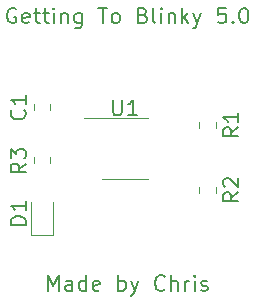
<source format=gbr>
G04 #@! TF.GenerationSoftware,KiCad,Pcbnew,(5.1.4)-1*
G04 #@! TF.CreationDate,2019-10-04T20:40:23-05:00*
G04 #@! TF.ProjectId,GettingToBlinky5.0,47657474-696e-4675-946f-426c696e6b79,rev?*
G04 #@! TF.SameCoordinates,Original*
G04 #@! TF.FileFunction,Legend,Top*
G04 #@! TF.FilePolarity,Positive*
%FSLAX46Y46*%
G04 Gerber Fmt 4.6, Leading zero omitted, Abs format (unit mm)*
G04 Created by KiCad (PCBNEW (5.1.4)-1) date 2019-10-04 20:40:23*
%MOMM*%
%LPD*%
G04 APERTURE LIST*
%ADD10C,0.150000*%
%ADD11C,0.120000*%
G04 APERTURE END LIST*
D10*
X139533333Y-109038095D02*
X139533333Y-107738095D01*
X139966666Y-108666666D01*
X140400000Y-107738095D01*
X140400000Y-109038095D01*
X141576190Y-109038095D02*
X141576190Y-108357142D01*
X141514285Y-108233333D01*
X141390476Y-108171428D01*
X141142857Y-108171428D01*
X141019047Y-108233333D01*
X141576190Y-108976190D02*
X141452380Y-109038095D01*
X141142857Y-109038095D01*
X141019047Y-108976190D01*
X140957142Y-108852380D01*
X140957142Y-108728571D01*
X141019047Y-108604761D01*
X141142857Y-108542857D01*
X141452380Y-108542857D01*
X141576190Y-108480952D01*
X142752380Y-109038095D02*
X142752380Y-107738095D01*
X142752380Y-108976190D02*
X142628571Y-109038095D01*
X142380952Y-109038095D01*
X142257142Y-108976190D01*
X142195238Y-108914285D01*
X142133333Y-108790476D01*
X142133333Y-108419047D01*
X142195238Y-108295238D01*
X142257142Y-108233333D01*
X142380952Y-108171428D01*
X142628571Y-108171428D01*
X142752380Y-108233333D01*
X143866666Y-108976190D02*
X143742857Y-109038095D01*
X143495238Y-109038095D01*
X143371428Y-108976190D01*
X143309523Y-108852380D01*
X143309523Y-108357142D01*
X143371428Y-108233333D01*
X143495238Y-108171428D01*
X143742857Y-108171428D01*
X143866666Y-108233333D01*
X143928571Y-108357142D01*
X143928571Y-108480952D01*
X143309523Y-108604761D01*
X145476190Y-109038095D02*
X145476190Y-107738095D01*
X145476190Y-108233333D02*
X145600000Y-108171428D01*
X145847619Y-108171428D01*
X145971428Y-108233333D01*
X146033333Y-108295238D01*
X146095238Y-108419047D01*
X146095238Y-108790476D01*
X146033333Y-108914285D01*
X145971428Y-108976190D01*
X145847619Y-109038095D01*
X145600000Y-109038095D01*
X145476190Y-108976190D01*
X146528571Y-108171428D02*
X146838095Y-109038095D01*
X147147619Y-108171428D02*
X146838095Y-109038095D01*
X146714285Y-109347619D01*
X146652380Y-109409523D01*
X146528571Y-109471428D01*
X149376190Y-108914285D02*
X149314285Y-108976190D01*
X149128571Y-109038095D01*
X149004761Y-109038095D01*
X148819047Y-108976190D01*
X148695238Y-108852380D01*
X148633333Y-108728571D01*
X148571428Y-108480952D01*
X148571428Y-108295238D01*
X148633333Y-108047619D01*
X148695238Y-107923809D01*
X148819047Y-107800000D01*
X149004761Y-107738095D01*
X149128571Y-107738095D01*
X149314285Y-107800000D01*
X149376190Y-107861904D01*
X149933333Y-109038095D02*
X149933333Y-107738095D01*
X150490476Y-109038095D02*
X150490476Y-108357142D01*
X150428571Y-108233333D01*
X150304761Y-108171428D01*
X150119047Y-108171428D01*
X149995238Y-108233333D01*
X149933333Y-108295238D01*
X151109523Y-109038095D02*
X151109523Y-108171428D01*
X151109523Y-108419047D02*
X151171428Y-108295238D01*
X151233333Y-108233333D01*
X151357142Y-108171428D01*
X151480952Y-108171428D01*
X151914285Y-109038095D02*
X151914285Y-108171428D01*
X151914285Y-107738095D02*
X151852380Y-107800000D01*
X151914285Y-107861904D01*
X151976190Y-107800000D01*
X151914285Y-107738095D01*
X151914285Y-107861904D01*
X152471428Y-108976190D02*
X152595238Y-109038095D01*
X152842857Y-109038095D01*
X152966666Y-108976190D01*
X153028571Y-108852380D01*
X153028571Y-108790476D01*
X152966666Y-108666666D01*
X152842857Y-108604761D01*
X152657142Y-108604761D01*
X152533333Y-108542857D01*
X152471428Y-108419047D01*
X152471428Y-108357142D01*
X152533333Y-108233333D01*
X152657142Y-108171428D01*
X152842857Y-108171428D01*
X152966666Y-108233333D01*
X136778571Y-85150000D02*
X136654761Y-85088095D01*
X136469047Y-85088095D01*
X136283333Y-85150000D01*
X136159523Y-85273809D01*
X136097619Y-85397619D01*
X136035714Y-85645238D01*
X136035714Y-85830952D01*
X136097619Y-86078571D01*
X136159523Y-86202380D01*
X136283333Y-86326190D01*
X136469047Y-86388095D01*
X136592857Y-86388095D01*
X136778571Y-86326190D01*
X136840476Y-86264285D01*
X136840476Y-85830952D01*
X136592857Y-85830952D01*
X137892857Y-86326190D02*
X137769047Y-86388095D01*
X137521428Y-86388095D01*
X137397619Y-86326190D01*
X137335714Y-86202380D01*
X137335714Y-85707142D01*
X137397619Y-85583333D01*
X137521428Y-85521428D01*
X137769047Y-85521428D01*
X137892857Y-85583333D01*
X137954761Y-85707142D01*
X137954761Y-85830952D01*
X137335714Y-85954761D01*
X138326190Y-85521428D02*
X138821428Y-85521428D01*
X138511904Y-85088095D02*
X138511904Y-86202380D01*
X138573809Y-86326190D01*
X138697619Y-86388095D01*
X138821428Y-86388095D01*
X139069047Y-85521428D02*
X139564285Y-85521428D01*
X139254761Y-85088095D02*
X139254761Y-86202380D01*
X139316666Y-86326190D01*
X139440476Y-86388095D01*
X139564285Y-86388095D01*
X139997619Y-86388095D02*
X139997619Y-85521428D01*
X139997619Y-85088095D02*
X139935714Y-85150000D01*
X139997619Y-85211904D01*
X140059523Y-85150000D01*
X139997619Y-85088095D01*
X139997619Y-85211904D01*
X140616666Y-85521428D02*
X140616666Y-86388095D01*
X140616666Y-85645238D02*
X140678571Y-85583333D01*
X140802380Y-85521428D01*
X140988095Y-85521428D01*
X141111904Y-85583333D01*
X141173809Y-85707142D01*
X141173809Y-86388095D01*
X142350000Y-85521428D02*
X142350000Y-86573809D01*
X142288095Y-86697619D01*
X142226190Y-86759523D01*
X142102380Y-86821428D01*
X141916666Y-86821428D01*
X141792857Y-86759523D01*
X142350000Y-86326190D02*
X142226190Y-86388095D01*
X141978571Y-86388095D01*
X141854761Y-86326190D01*
X141792857Y-86264285D01*
X141730952Y-86140476D01*
X141730952Y-85769047D01*
X141792857Y-85645238D01*
X141854761Y-85583333D01*
X141978571Y-85521428D01*
X142226190Y-85521428D01*
X142350000Y-85583333D01*
X143773809Y-85088095D02*
X144516666Y-85088095D01*
X144145238Y-86388095D02*
X144145238Y-85088095D01*
X145135714Y-86388095D02*
X145011904Y-86326190D01*
X144950000Y-86264285D01*
X144888095Y-86140476D01*
X144888095Y-85769047D01*
X144950000Y-85645238D01*
X145011904Y-85583333D01*
X145135714Y-85521428D01*
X145321428Y-85521428D01*
X145445238Y-85583333D01*
X145507142Y-85645238D01*
X145569047Y-85769047D01*
X145569047Y-86140476D01*
X145507142Y-86264285D01*
X145445238Y-86326190D01*
X145321428Y-86388095D01*
X145135714Y-86388095D01*
X147550000Y-85707142D02*
X147735714Y-85769047D01*
X147797619Y-85830952D01*
X147859523Y-85954761D01*
X147859523Y-86140476D01*
X147797619Y-86264285D01*
X147735714Y-86326190D01*
X147611904Y-86388095D01*
X147116666Y-86388095D01*
X147116666Y-85088095D01*
X147550000Y-85088095D01*
X147673809Y-85150000D01*
X147735714Y-85211904D01*
X147797619Y-85335714D01*
X147797619Y-85459523D01*
X147735714Y-85583333D01*
X147673809Y-85645238D01*
X147550000Y-85707142D01*
X147116666Y-85707142D01*
X148602380Y-86388095D02*
X148478571Y-86326190D01*
X148416666Y-86202380D01*
X148416666Y-85088095D01*
X149097619Y-86388095D02*
X149097619Y-85521428D01*
X149097619Y-85088095D02*
X149035714Y-85150000D01*
X149097619Y-85211904D01*
X149159523Y-85150000D01*
X149097619Y-85088095D01*
X149097619Y-85211904D01*
X149716666Y-85521428D02*
X149716666Y-86388095D01*
X149716666Y-85645238D02*
X149778571Y-85583333D01*
X149902380Y-85521428D01*
X150088095Y-85521428D01*
X150211904Y-85583333D01*
X150273809Y-85707142D01*
X150273809Y-86388095D01*
X150892857Y-86388095D02*
X150892857Y-85088095D01*
X151016666Y-85892857D02*
X151388095Y-86388095D01*
X151388095Y-85521428D02*
X150892857Y-86016666D01*
X151821428Y-85521428D02*
X152130952Y-86388095D01*
X152440476Y-85521428D02*
X152130952Y-86388095D01*
X152007142Y-86697619D01*
X151945238Y-86759523D01*
X151821428Y-86821428D01*
X154545238Y-85088095D02*
X153926190Y-85088095D01*
X153864285Y-85707142D01*
X153926190Y-85645238D01*
X154049999Y-85583333D01*
X154359523Y-85583333D01*
X154483333Y-85645238D01*
X154545238Y-85707142D01*
X154607142Y-85830952D01*
X154607142Y-86140476D01*
X154545238Y-86264285D01*
X154483333Y-86326190D01*
X154359523Y-86388095D01*
X154049999Y-86388095D01*
X153926190Y-86326190D01*
X153864285Y-86264285D01*
X155164285Y-86264285D02*
X155226190Y-86326190D01*
X155164285Y-86388095D01*
X155102380Y-86326190D01*
X155164285Y-86264285D01*
X155164285Y-86388095D01*
X156030952Y-85088095D02*
X156154761Y-85088095D01*
X156278571Y-85150000D01*
X156340476Y-85211904D01*
X156402380Y-85335714D01*
X156464285Y-85583333D01*
X156464285Y-85892857D01*
X156402380Y-86140476D01*
X156340476Y-86264285D01*
X156278571Y-86326190D01*
X156154761Y-86388095D01*
X156030952Y-86388095D01*
X155907142Y-86326190D01*
X155845238Y-86264285D01*
X155783333Y-86140476D01*
X155721428Y-85892857D01*
X155721428Y-85583333D01*
X155783333Y-85335714D01*
X155845238Y-85211904D01*
X155907142Y-85150000D01*
X156030952Y-85088095D01*
D11*
X146000000Y-94440000D02*
X142550000Y-94440000D01*
X146000000Y-94440000D02*
X147950000Y-94440000D01*
X146000000Y-99560000D02*
X144050000Y-99560000D01*
X146000000Y-99560000D02*
X147950000Y-99560000D01*
X138290000Y-97738748D02*
X138290000Y-98261252D01*
X139710000Y-97738748D02*
X139710000Y-98261252D01*
X152290000Y-100238748D02*
X152290000Y-100761252D01*
X153710000Y-100238748D02*
X153710000Y-100761252D01*
X152290000Y-94738748D02*
X152290000Y-95261252D01*
X153710000Y-94738748D02*
X153710000Y-95261252D01*
X139960000Y-104360000D02*
X139960000Y-101500000D01*
X138040000Y-104360000D02*
X139960000Y-104360000D01*
X138040000Y-101500000D02*
X138040000Y-104360000D01*
X139710000Y-93761252D02*
X139710000Y-93238748D01*
X138290000Y-93761252D02*
X138290000Y-93238748D01*
D10*
X145009523Y-92888095D02*
X145009523Y-93940476D01*
X145071428Y-94064285D01*
X145133333Y-94126190D01*
X145257142Y-94188095D01*
X145504761Y-94188095D01*
X145628571Y-94126190D01*
X145690476Y-94064285D01*
X145752380Y-93940476D01*
X145752380Y-92888095D01*
X147052380Y-94188095D02*
X146309523Y-94188095D01*
X146680952Y-94188095D02*
X146680952Y-92888095D01*
X146557142Y-93073809D01*
X146433333Y-93197619D01*
X146309523Y-93259523D01*
X137638095Y-98266666D02*
X137019047Y-98700000D01*
X137638095Y-99009523D02*
X136338095Y-99009523D01*
X136338095Y-98514285D01*
X136400000Y-98390476D01*
X136461904Y-98328571D01*
X136585714Y-98266666D01*
X136771428Y-98266666D01*
X136895238Y-98328571D01*
X136957142Y-98390476D01*
X137019047Y-98514285D01*
X137019047Y-99009523D01*
X136338095Y-97833333D02*
X136338095Y-97028571D01*
X136833333Y-97461904D01*
X136833333Y-97276190D01*
X136895238Y-97152380D01*
X136957142Y-97090476D01*
X137080952Y-97028571D01*
X137390476Y-97028571D01*
X137514285Y-97090476D01*
X137576190Y-97152380D01*
X137638095Y-97276190D01*
X137638095Y-97647619D01*
X137576190Y-97771428D01*
X137514285Y-97833333D01*
X155638095Y-100716666D02*
X155019047Y-101150000D01*
X155638095Y-101459523D02*
X154338095Y-101459523D01*
X154338095Y-100964285D01*
X154400000Y-100840476D01*
X154461904Y-100778571D01*
X154585714Y-100716666D01*
X154771428Y-100716666D01*
X154895238Y-100778571D01*
X154957142Y-100840476D01*
X155019047Y-100964285D01*
X155019047Y-101459523D01*
X154461904Y-100221428D02*
X154400000Y-100159523D01*
X154338095Y-100035714D01*
X154338095Y-99726190D01*
X154400000Y-99602380D01*
X154461904Y-99540476D01*
X154585714Y-99478571D01*
X154709523Y-99478571D01*
X154895238Y-99540476D01*
X155638095Y-100283333D01*
X155638095Y-99478571D01*
X155638095Y-95216666D02*
X155019047Y-95650000D01*
X155638095Y-95959523D02*
X154338095Y-95959523D01*
X154338095Y-95464285D01*
X154400000Y-95340476D01*
X154461904Y-95278571D01*
X154585714Y-95216666D01*
X154771428Y-95216666D01*
X154895238Y-95278571D01*
X154957142Y-95340476D01*
X155019047Y-95464285D01*
X155019047Y-95959523D01*
X155638095Y-93978571D02*
X155638095Y-94721428D01*
X155638095Y-94350000D02*
X154338095Y-94350000D01*
X154523809Y-94473809D01*
X154647619Y-94597619D01*
X154709523Y-94721428D01*
X137638095Y-103459523D02*
X136338095Y-103459523D01*
X136338095Y-103150000D01*
X136400000Y-102964285D01*
X136523809Y-102840476D01*
X136647619Y-102778571D01*
X136895238Y-102716666D01*
X137080952Y-102716666D01*
X137328571Y-102778571D01*
X137452380Y-102840476D01*
X137576190Y-102964285D01*
X137638095Y-103150000D01*
X137638095Y-103459523D01*
X137638095Y-101478571D02*
X137638095Y-102221428D01*
X137638095Y-101850000D02*
X136338095Y-101850000D01*
X136523809Y-101973809D01*
X136647619Y-102097619D01*
X136709523Y-102221428D01*
X137514285Y-93716666D02*
X137576190Y-93778571D01*
X137638095Y-93964285D01*
X137638095Y-94088095D01*
X137576190Y-94273809D01*
X137452380Y-94397619D01*
X137328571Y-94459523D01*
X137080952Y-94521428D01*
X136895238Y-94521428D01*
X136647619Y-94459523D01*
X136523809Y-94397619D01*
X136400000Y-94273809D01*
X136338095Y-94088095D01*
X136338095Y-93964285D01*
X136400000Y-93778571D01*
X136461904Y-93716666D01*
X137638095Y-92478571D02*
X137638095Y-93221428D01*
X137638095Y-92850000D02*
X136338095Y-92850000D01*
X136523809Y-92973809D01*
X136647619Y-93097619D01*
X136709523Y-93221428D01*
M02*

</source>
